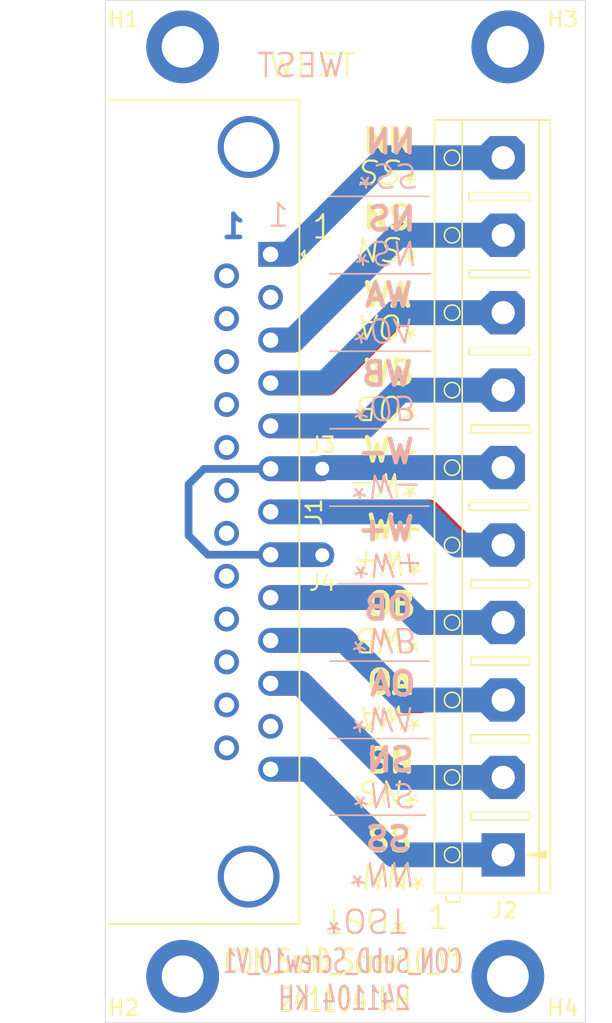
<source format=kicad_pcb>
(kicad_pcb (version 20240108) (generator "pcbnew") (generator_version "8.0")
  (layers (0 "F.Cu" signal) (31 "B.Cu" signal) (34 "B.Paste" user) (35 "F.Paste" user) (36 "B.SilkS" user "B.Silkscreen") (37 "F.SilkS" user "F.Silkscreen") (38 "B.Mask" user) (39 "F.Mask" user) (44 "Edge.Cuts" user))
  (net 0 "")
  (net 2 "/WB")
  (net 5 "/NN")
  (net 7 "/OB")
  (net 10 "/WA")
  (net 14 "/SN")
  (net 17 "/W-")
  (net 18 "/W+")
  (net 19 "/SS")
  (net 20 "/OA")
  (net 24 "/NS")
  (footprint "MountingHole:MountingHole_2.7mm_M2.5_DIN965_Pad_TopBottom" (layer "F.Cu") (at 51.1 88.4)
    (property "Reference" "H4" (at 3.556 2.032 0) (layer "F.SilkS"))
    (property "Value" "MountingHole" (hide yes))
    (pad "1" thru_hole circle (at 0 0) (size 3.1 3.1) (drill 2.7) (layers "*.Cu" "*.Mask"))
    (pad "1" connect circle (at 0 0) (size 4.7 4.7) (layers "F.Cu" "F.Mask"))
    (pad "1" connect circle (at 0 0) (size 4.7 4.7) (layers "B.Cu" "B.Mask"))
  )
  (footprint "_kh_library:Pin_D0.9mm_W1.4mm" (layer "F.Cu") (at 39.116 61.214)
    (property "Reference" "J4" (at 0 1.778 0) (layer "F.SilkS"))
    (property "Value" "Conn_01x01_kh")
    (pad "1" thru_hole roundrect (at 0 0) (size 1.4 1.4) (drill 0.9) (layers "*.Cu" "*.Mask") (roundrect_rratio 0) (chamfer_ratio 0.2) (chamfer top_left top_right bottom_left bottom_right) (net 17 "/W-"))
  )
  (footprint "_kh_library:DSUB-25_Male_Horizontal_P2.77x2.84mm_EdgePinOffset7.70mm_Housed_MountingHolesOffset9.12mm" (layer "F.Cu") (at 35.778 41.795 -90)
    (property "Reference" "J1" (at 16.62 -2.8 90) (layer "F.SilkS"))
    (property "Value" "DB25_Plug")
    (fp_line (start -9.99 10.48) (end -9.99 -1.86) (stroke (width 0.12)) (layer "F.SilkS"))
    (fp_line (start -9.99 -1.86) (end 43.23 -1.86) (stroke (width 0.12)) (layer "F.SilkS"))
    (fp_line (start 43.23 -1.86) (end 43.23 10.48) (stroke (width 0.12)) (layer "F.SilkS"))
    (fp_line (start 0 -2) (end -0.25 -2.2) (stroke (width 0.12)) (layer "F.SilkS"))
    (fp_line (start -0.25 -2.2) (end 0.25 -2.2) (stroke (width 0.12)) (layer "F.SilkS"))
    (fp_line (start 0.254 -2.2) (end 0 -2) (stroke (width 0.12)) (layer "F.SilkS"))
    (pad "0" thru_hole circle (at -6.93 1.42 270) (size 4 4) (drill 3.2) (layers "*.Cu" "*.Mask"))
    (pad "0" thru_hole circle (at 40.17 1.42 270) (size 4 4) (drill 3.2) (layers "*.Cu" "*.Mask"))
    (pad "1" thru_hole rect (at 0 0 270) (size 1.6 1.6) (drill 1) (layers "*.Cu" "*.Mask") (net 5 "/NN"))
    (pad "2" thru_hole circle (at 2.77 0 270) (size 1.6 1.6) (drill 1) (layers "*.Cu" "*.Mask"))
    (pad "3" thru_hole circle (at 5.54 0 270) (size 1.6 1.6) (drill 1) (layers "*.Cu" "*.Mask") (net 24 "/NS"))
    (pad "4" thru_hole circle (at 8.31 0 270) (size 1.6 1.6) (drill 1) (layers "*.Cu" "*.Mask") (net 10 "/WA"))
    (pad "5" thru_hole circle (at 11.08 0 270) (size 1.6 1.6) (drill 1) (layers "*.Cu" "*.Mask") (net 2 "/WB"))
    (pad "6" thru_hole circle (at 13.85 0 270) (size 1.6 1.6) (drill 1) (layers "*.Cu" "*.Mask") (net 17 "/W-"))
    (pad "7" thru_hole circle (at 16.62 0 270) (size 1.6 1.6) (drill 1) (layers "*.Cu" "*.Mask") (net 18 "/W+"))
    (pad "8" thru_hole circle (at 19.39 0 270) (size 1.6 1.6) (drill 1) (layers "*.Cu" "*.Mask") (net 17 "/W-"))
    (pad "9" thru_hole circle (at 22.16 0 270) (size 1.6 1.6) (drill 1) (layers "*.Cu" "*.Mask") (net 7 "/OB"))
    (pad "10" thru_hole circle (at 24.93 0 270) (size 1.6 1.6) (drill 1) (layers "*.Cu" "*.Mask") (net 20 "/OA"))
    (pad "11" thru_hole circle (at 27.7 0 270) (size 1.6 1.6) (drill 1) (layers "*.Cu" "*.Mask") (net 14 "/SN"))
    (pad "12" thru_hole circle (at 30.47 0 270) (size 1.6 1.6) (drill 1) (layers "*.Cu" "*.Mask"))
    (pad "13" thru_hole circle (at 33.24 0 270) (size 1.6 1.6) (drill 1) (layers "*.Cu" "*.Mask") (net 19 "/SS"))
    (pad "14" thru_hole circle (at 1.385 2.84 270) (size 1.6 1.6) (drill 1) (layers "*.Cu" "*.Mask"))
    (pad "15" thru_hole circle (at 4.155 2.84 270) (size 1.6 1.6) (drill 1) (layers "*.Cu" "*.Mask"))
    (pad "16" thru_hole circle (at 6.925 2.84 270) (size 1.6 1.6) (drill 1) (layers "*.Cu" "*.Mask"))
    (pad "17" thru_hole circle (at 9.695 2.84 270) (size 1.6 1.6) (drill 1) (layers "*.Cu" "*.Mask"))
    (pad "18" thru_hole circle (at 12.465 2.84 270) (size 1.6 1.6) (drill 1) (layers "*.Cu" "*.Mask"))
    (pad "19" thru_hole circle (at 15.235 2.84 270) (size 1.6 1.6) (drill 1) (layers "*.Cu" "*.Mask"))
    (pad "20" thru_hole circle (at 18.005 2.84 270) (size 1.6 1.6) (drill 1) (layers "*.Cu" "*.Mask"))
    (pad "21" thru_hole circle (at 20.775 2.84 270) (size 1.6 1.6) (drill 1) (layers "*.Cu" "*.Mask"))
    (pad "22" thru_hole circle (at 23.545 2.84 270) (size 1.6 1.6) (drill 1) (layers "*.Cu" "*.Mask"))
    (pad "23" thru_hole circle (at 26.315 2.84 270) (size 1.6 1.6) (drill 1) (layers "*.Cu" "*.Mask"))
    (pad "24" thru_hole circle (at 29.085 2.84 270) (size 1.6 1.6) (drill 1) (layers "*.Cu" "*.Mask"))
    (pad "25" thru_hole circle (at 31.855 2.84 270) (size 1.6 1.6) (drill 1) (layers "*.Cu" "*.Mask"))
  )
  (footprint "MountingHole:MountingHole_2.7mm_M2.5_DIN965_Pad_TopBottom" (layer "F.Cu") (at 51.1 28.4)
    (property "Reference" "H3" (at 3.556 -1.778 0) (layer "F.SilkS"))
    (property "Value" "MountingHole" (hide yes))
    (pad "1" thru_hole circle (at 0 0) (size 3.1 3.1) (drill 2.7) (layers "*.Cu" "*.Mask"))
    (pad "1" connect circle (at 0 0) (size 4.7 4.7) (layers "F.Cu" "F.Mask"))
    (pad "1" connect circle (at 0 0) (size 4.7 4.7) (layers "B.Cu" "B.Mask"))
  )
  (footprint "_kh_library:Screw_Terminal_01x10_P5" (layer "F.Cu") (at 50.8 80.56 180)
    (property "Reference" "J2" (at -0.0762 -3.5902 180) (layer "F.SilkS"))
    (property "Value" "Screw_Terminal_01x10_P5")
    (fp_line (start 3.69 -3.04) (end 3.69 -2.68) (stroke (width 0.1)) (layer "F.SilkS"))
    (fp_line (start 2.81 -3.04) (end 3.69 -3.04) (stroke (width 0.1)) (layer "F.SilkS"))
    (fp_line (start 2.81 -3.04) (end 2.81 -2.68) (stroke (width 0.1)) (layer "F.SilkS"))
    (fp_line (start 2.65 -2.44) (end 2.65 47.44) (stroke (width 0.1)) (layer "F.SilkS"))
    (fp_line (start -2.3 -2.44) (end -2.3 47.44) (stroke (width 0.1)) (layer "F.SilkS"))
    (fp_rect (start -1.7 42.25) (end 2.2 42.75) (stroke (width 0.1)) (fill none) (layer "F.SilkS"))
    (fp_rect (start -1.7 37.25) (end 2.2 37.75) (stroke (width 0.1)) (fill none) (layer "F.SilkS"))
    (fp_rect (start -1.7 32.25) (end 2.2 32.75) (stroke (width 0.1)) (fill none) (layer "F.SilkS"))
    (fp_rect (start -1.7 27.25) (end 2.1 27.75) (stroke (width 0.1)) (fill none) (layer "F.SilkS"))
    (fp_rect (start -1.7 22.25) (end 2.2 22.75) (stroke (width 0.1)) (fill none) (layer "F.SilkS"))
    (fp_rect (start -1.7 17.25) (end 2.1 17.75) (stroke (width 0.1)) (fill none) (layer "F.SilkS"))
    (fp_rect (start -1.7 12.25) (end 2.1 12.75) (stroke (width 0.1)) (fill none) (layer "F.SilkS"))
    (fp_rect (start -1.7 7.25) (end 2.1 7.75) (stroke (width 0.1)) (fill none) (layer "F.SilkS"))
    (fp_rect (start -1.7 2.25) (end 2.1 2.75) (stroke (width 0.1)) (fill none) (layer "F.SilkS"))
    (fp_rect (start -3.04 -2.44) (end 4.44 47.44) (stroke (width 0.12)) (fill none) (layer "F.SilkS"))
    (fp_circle (center 3.3 45) (end 3.8 45) (stroke (width 0.1)) (fill none) (layer "F.SilkS"))
    (fp_circle (center 3.3 40) (end 3.8 40) (stroke (width 0.1)) (fill none) (layer "F.SilkS"))
    (fp_circle (center 3.3 35) (end 3.8 35) (stroke (width 0.1)) (fill none) (layer "F.SilkS"))
    (fp_circle (center 3.3 30) (end 3.8 30) (stroke (width 0.1)) (fill none) (layer "F.SilkS"))
    (fp_circle (center 3.3 25) (end 3.8 25) (stroke (width 0.1)) (fill none) (layer "F.SilkS"))
    (fp_circle (center 3.3 20) (end 3.8 20) (stroke (width 0.1)) (fill none) (layer "F.SilkS"))
    (fp_circle (center 3.3 15) (end 3.8 15) (stroke (width 0.1)) (fill none) (layer "F.SilkS"))
    (fp_circle (center 3.3 10) (end 3.8 10) (stroke (width 0.1)) (fill none) (layer "F.SilkS"))
    (fp_circle (center 3.3 5) (end 3.8 5) (stroke (width 0.1)) (fill none) (layer "F.SilkS"))
    (fp_circle (center 3.3 0) (end 3.8 0) (stroke (width 0.1)) (fill none) (layer "F.SilkS"))
    (fp_poly (pts (xy -2.794 -0.254) (xy -1.524 0) (xy -2.794 0.254)) (stroke (width 0.1)) (fill solid) (layer "F.SilkS"))
    (pad "1" thru_hole rect (at 0 0 180) (size 2.8 2.8) (drill 1.5) (layers "*.Cu" "*.Mask") (net 19 "/SS"))
    (pad "2" thru_hole roundrect (at 0 5 180) (size 2.8 2.8) (drill 1.5) (layers "*.Cu" "*.Mask") (roundrect_rratio 0) (chamfer_ratio 0.2) (chamfer top_left top_right bottom_left bottom_right) (net 14 "/SN"))
    (pad "3" thru_hole roundrect (at 0 10 180) (size 2.8 2.8) (drill 1.5) (layers "*.Cu" "*.Mask") (roundrect_rratio 0) (chamfer_ratio 0.2) (chamfer top_left top_right bottom_left bottom_right) (net 20 "/OA"))
    (pad "4" thru_hole roundrect (at 0 15 180) (size 2.8 2.8) (drill 1.5) (layers "*.Cu" "*.Mask") (roundrect_rratio 0) (chamfer_ratio 0.2) (chamfer top_left top_right bottom_left bottom_right) (net 7 "/OB"))
    (pad "5" thru_hole roundrect (at 0 20 180) (size 2.8 2.8) (drill 1.5) (layers "*.Cu" "*.Mask") (roundrect_rratio 0) (chamfer_ratio 0.2) (chamfer top_left top_right bottom_left bottom_right) (net 18 "/W+"))
    (pad "6" thru_hole roundrect (at 0 25 180) (size 2.8 2.8) (drill 1.5) (layers "*.Cu" "*.Mask") (roundrect_rratio 0) (chamfer_ratio 0.2) (chamfer top_left top_right bottom_left bottom_right) (net 17 "/W-"))
    (pad "7" thru_hole roundrect (at 0 30 180) (size 2.8 2.8) (drill 1.5) (layers "*.Cu" "*.Mask") (roundrect_rratio 0) (chamfer_ratio 0.2) (chamfer top_left top_right bottom_left bottom_right) (net 2 "/WB"))
    (pad "8" thru_hole roundrect (at 0 35 180) (size 2.8 2.8) (drill 1.5) (layers "*.Cu" "*.Mask") (roundrect_rratio 0) (chamfer_ratio 0.2) (chamfer top_left top_right bottom_left bottom_right) (net 10 "/WA"))
    (pad "9" thru_hole roundrect (at 0 40 180) (size 2.8 2.8) (drill 1.5) (layers "*.Cu" "*.Mask") (roundrect_rratio 0) (chamfer_ratio 0.2) (chamfer top_left top_right bottom_left bottom_right) (net 24 "/NS"))
    (pad "10" thru_hole roundrect (at 0 45 180) (size 2.8 2.8) (drill 1.5) (layers "*.Cu" "*.Mask") (roundrect_rratio 0) (chamfer_ratio 0.2) (chamfer top_left top_right bottom_left bottom_right) (net 5 "/NN"))
  )
  (footprint "MountingHole:MountingHole_2.7mm_M2.5_DIN965_Pad_TopBottom" (layer "F.Cu") (at 30.1 28.4)
    (property "Reference" "H1" (at -3.81 -1.778 0) (layer "F.SilkS"))
    (property "Value" "MountingHole" (hide yes))
    (pad "1" thru_hole circle (at 0 0) (size 3.1 3.1) (drill 2.7) (layers "*.Cu" "*.Mask"))
    (pad "1" connect circle (at 0 0) (size 4.7 4.7) (layers "F.Cu" "F.Mask"))
    (pad "1" connect circle (at 0 0) (size 4.7 4.7) (layers "B.Cu" "B.Mask"))
  )
  (footprint "_kh_library:Pin_D0.9mm_W1.4mm" (layer "F.Cu") (at 39.116 55.626)
    (property "Reference" "J3" (at 0 -1.524 0) (layer "F.SilkS"))
    (property "Value" "Conn_01x01_kh")
    (pad "1" thru_hole roundrect (at 0 0) (size 1.4 1.4) (drill 0.9) (layers "*.Cu" "*.Mask") (roundrect_rratio 0) (chamfer_ratio 0.2) (chamfer top_left top_right bottom_left bottom_right) (net 17 "/W-"))
  )
  (footprint "MountingHole:MountingHole_2.7mm_M2.5_DIN965_Pad_TopBottom" (layer "F.Cu") (at 30.1 88.4)
    (property "Reference" "H2" (at -3.81 2.032 0) (layer "F.SilkS"))
    (property "Value" "MountingHole" (hide yes))
    (pad "1" thru_hole circle (at 0 0) (size 3.1 3.1) (drill 2.7) (layers "*.Cu" "*.Mask"))
    (pad "1" connect circle (at 0 0) (size 4.7 4.7) (layers "F.Cu" "F.Mask"))
    (pad "1" connect circle (at 0 0) (size 4.7 4.7) (layers "B.Cu" "B.Mask"))
  )
  (gr_line (start 46 53.05) (end 39.6 53.05) (stroke (width 0.1)) (layer "B.SilkS"))
  (gr_line (start 46.1 48.05) (end 39.6 48.05) (stroke (width 0.1)) (layer "B.SilkS"))
  (gr_line (start 46 58.05) (end 39.6 58.05) (stroke (width 0.1)) (layer "B.SilkS"))
  (gr_line (start 45.9 63.05) (end 40.1 63.05) (stroke (width 0.1)) (layer "B.SilkS"))
  (gr_line (start 46 68.05) (end 39.6 68.05) (stroke (width 0.1)) (layer "B.SilkS"))
  (gr_line (start 46 38.05) (end 39.6 38.05) (stroke (width 0.1)) (layer "B.SilkS"))
  (gr_line (start 45.8 78) (end 39.6 78) (stroke (width 0.1)) (layer "B.SilkS"))
  (gr_line (start 46 73.05) (end 39.6 73.05) (stroke (width 0.1)) (layer "B.SilkS"))
  (gr_line (start 46.1 43.05) (end 39.6 43.05) (stroke (width 0.1)) (layer "B.SilkS"))
  (gr_line (start 46.1 43.05) (end 39.6 43.05) (stroke (width 0.1)) (layer "F.SilkS"))
  (gr_line (start 46.1 48.05) (end 39.6 48.05) (stroke (width 0.1)) (layer "F.SilkS"))
  (gr_line (start 46 53.05) (end 39.6 53.05) (stroke (width 0.1)) (layer "F.SilkS"))
  (gr_line (start 46 68.05) (end 39.6 68.05) (stroke (width 0.1)) (layer "F.SilkS"))
  (gr_line (start 45.9 63.05) (end 40.1 63.05) (stroke (width 0.1)) (layer "F.SilkS"))
  (gr_line (start 46 73.05) (end 39.6 73.05) (stroke (width 0.1)) (layer "F.SilkS"))
  (gr_line (start 46 38.05) (end 39.6 38.05) (stroke (width 0.1)) (layer "F.SilkS"))
  (gr_line (start 45.8 78) (end 39.6 78) (stroke (width 0.1)) (layer "F.SilkS"))
  (gr_line (start 46 58.05) (end 39.6 58.05) (stroke (width 0.1)) (layer "F.SilkS"))
  (gr_rect (start 25.1 25.4) (end 56.1 91.4) (stroke (width 0.05)) (fill none) (layer "Edge.Cuts"))
  (gr_text "CON_SubD_Screw10_V1" (at 32.7 88.3 0) (layer "F.Cu") (effects (font (size 1.5 0.9) (thickness 0.15) (bold yes)) (justify left bottom)))
  (gr_text "241104 KH" (at 36.2 90.8 0) (layer "F.Cu") (effects (font (size 1.5 1) (thickness 0.15) (bold yes)) (justify left bottom)))
  (gr_text "1" (at 34.29 39.116 0) (layer "B.Cu") (effects (font (size 1.5 1.5) (thickness 0.3) (bold yes)) (justify left top mirror)))
  (gr_text "241104 KH" (at 44.9 90.7 0) (layer "B.Cu") (effects (font (size 1.5 1) (thickness 0.15) (bold yes)) (justify left bottom mirror)))
  (gr_text "CON_SubD_Screw10_V1" (at 48.3 88.3 0) (layer "B.Cu") (effects (font (size 1.5 0.9) (thickness 0.15) (bold yes)) (justify left bottom mirror)))
  (gr_text "*OST" (at 39.2 83.9 180) (layer "B.SilkS") (effects (font (size 1.5 1.5)) (justify left bottom mirror)))
  (gr_text "CON_SubD_Screw10_V1" (at 48.3 88.3 0) (layer "B.SilkS") (effects (font (size 1.5 0.9) (thickness 0.15) (bold yes)) (justify left bottom mirror)))
  (gr_text "*SN" (at 40.9 40.8 180) (layer "B.SilkS") (effects (font (size 1.5 1.5) (thickness 0.15) (italic yes)) (justify left bottom mirror)))
  (gr_text "*OB" (at 40.8 50.8 180) (layer "B.SilkS") (effects (font (size 1.5 1.5) (thickness 0.15) (italic yes)) (justify left bottom mirror)))
  (gr_text "WB" (at 45.1 50.4 0) (layer "B.SilkS") (effects (font (size 1.5 1.5) (thickness 0.3) (bold yes)) (justify left bottom mirror)))
  (gr_text "W-" (at 45.2 55.4 0) (layer "B.SilkS") (effects (font (size 1.5 1.5) (thickness 0.3) (bold yes)) (justify left bottom mirror)))
  (gr_text "SN" (at 45.2 75.3 0) (layer "B.SilkS") (effects (font (size 1.5 1.5) (thickness 0.3) (bold yes)) (justify left bottom mirror)))
  (gr_text "*W-" (at 40.7 55.9 180) (layer "B.SilkS") (effects (font (size 1.5 1.5) (thickness 0.15) (italic yes)) (justify left bottom mirror)))
  (gr_text "*OA" (at 40.8 45.8 180) (layer "B.SilkS") (effects (font (size 1.5 1.5) (thickness 0.15) (italic yes)) (justify left bottom mirror)))
  (gr_text "WEST" (at 40.64 30.48 0) (layer "B.SilkS") (effects (font (size 1.5 1.5)) (justify left bottom mirror)))
  (gr_text "*NS" (at 40.8 75.8 180) (layer "B.SilkS") (effects (font (size 1.5 1.5) (thickness 0.15) (italic yes)) (justify left bottom mirror)))
  (gr_text "WA" (at 45.1 45.3 0) (layer "B.SilkS") (effects (font (size 1.5 1.5) (thickness 0.3) (bold yes)) (justify left bottom mirror)))
  (gr_text "*NN" (at 40.6 80.9 180) (layer "B.SilkS") (effects (font (size 1.5 1.5) (thickness 0.15) (italic yes)) (justify left bottom mirror)))
  (gr_text "*W+" (at 40.8 60.96 180) (layer "B.SilkS") (effects (font (size 1.5 1.5) (thickness 0.15) (italic yes)) (justify left bottom mirror)))
  (gr_text "241104 KH" (at 44.9 90.7 0) (layer "B.SilkS") (effects (font (size 1.5 1) (thickness 0.15) (bold yes)) (justify left bottom mirror)))
  (gr_text "*WB" (at 40.7 65.8 180) (layer "B.SilkS") (effects (font (size 1.5 1.5) (thickness 0.15) (italic yes)) (justify left bottom mirror)))
  (gr_text "*SS" (at 41.1 35.8 180) (layer "B.SilkS") (effects (font (size 1.5 1.5) (thickness 0.15) (italic yes)) (justify left bottom mirror)))
  (gr_text "SS" (at 45 80.4 0) (layer "B.SilkS") (effects (font (size 1.5 1.5) (thickness 0.3) (bold yes)) (justify left bottom mirror)))
  (gr_text "NS" (at 45.3 40.386 0) (layer "B.SilkS") (effects (font (size 1.5 1.5) (thickness 0.3) (bold yes)) (justify left bottom mirror)))
  (gr_text "W+" (at 45.2 60.4 0) (layer "B.SilkS") (effects (font (size 1.5 1.5) (thickness 0.3) (bold yes)) (justify left bottom mirror)))
  (gr_text "OB" (at 45.1 65.5 0) (layer "B.SilkS") (effects (font (size 1.5 1.5) (thickness 0.3) (bold yes)) (justify left bottom mirror)))
  (gr_text "OA" (at 45.3 70.4 0) (layer "B.SilkS") (effects (font (size 1.5 1.5) (thickness 0.3) (bold yes)) (justify left bottom mirror)))
  (gr_text "1" (at 37.084 40.132 0) (layer "B.SilkS") (effects (font (size 1.5 1.5)) (justify left bottom mirror)))
  (gr_text "NN" (at 45.3 35.4 0) (layer "B.SilkS") (effects (font (size 1.5 1.5) (thickness 0.3) (bold yes)) (justify left bottom mirror)))
  (gr_text "*WA" (at 40.7 70.9 180) (layer "B.SilkS") (effects (font (size 1.5 1.5) (thickness 0.15) (italic yes)) (justify left bottom mirror)))
  (gr_text "*W-" (at 45.6 55.8 180) (layer "F.SilkS") (effects (font (size 1.5 1.5) (thickness 0.15) (italic yes)) (justify left bottom)))
  (gr_text "WB" (at 41.6 50.3 0) (layer "F.SilkS") (effects (font (size 1.5 1.5) (thickness 0.3) (bold yes)) (justify left bottom)))
  (gr_text "NS" (at 41.6 40.3 0) (layer "F.SilkS") (effects (font (size 1.5 1.5) (thickness 0.3) (bold yes)) (justify left bottom)))
  (gr_text "*SN" (at 45.6 40.55 180) (layer "F.SilkS") (effects (font (size 1.5 1.5) (thickness 0.15) (italic yes)) (justify left bottom)))
  (gr_text "W-" (at 41.6 55.3 0) (layer "F.SilkS") (effects (font (size 1.5 1.5) (thickness 0.3) (bold yes)) (justify left bottom)))
  (gr_text "*NN" (at 46.1 81.05 180) (layer "F.SilkS") (effects (font (size 1.5 1.5) (thickness 0.15) (italic yes)) (justify left bottom)))
  (gr_text "*WA" (at 45.85 70.8 180) (layer "F.SilkS") (effects (font (size 1.5 1.5) (thickness 0.15) (italic yes)) (justify left bottom)))
  (gr_text "*OA" (at 45.6 45.55 180) (layer "F.SilkS") (effects (font (size 1.5 1.5) (thickness 0.15) (italic yes)) (justify left bottom)))
  (gr_text "*W+" (at 45.85 60.8 180) (layer "F.SilkS") (effects (font (size 1.5 1.5) (thickness 0.15) (italic yes)) (justify left bottom)))
  (gr_text "WEST" (at 35.56 30.48 0) (layer "F.SilkS") (effects (font (size 1.5 1.5)) (justify left bottom)))
  (gr_text "W+" (at 41.85 60.3 0) (layer "F.SilkS") (effects (font (size 1.5 1.5) (thickness 0.3) (bold yes)) (justify left bottom)))
  (gr_text "1" (at 45.8 85.45 0) (layer "F.SilkS") (effects (font (size 1.5 1.5)) (justify left bottom)))
  (gr_text "CON_SubD_Screw10_V1" (at 32.7 88.3 0) (layer "F.SilkS") (effects (font (size 1.5 0.9) (thickness 0.15) (bold yes)) (justify left bottom)))
  (gr_text "*SS" (at 45.6 35.55 180) (layer "F.SilkS") (effects (font (size 1.5 1.5) (thickness 0.15) (italic yes)) (justify left bottom)))
  (gr_text "OB" (at 41.85 65.3 0) (layer "F.SilkS") (effects (font (size 1.5 1.5) (thickness 0.3) (bold yes)) (justify left bottom)))
  (gr_text "*OB" (at 45.6 50.8 180) (layer "F.SilkS") (effects (font (size 1.5 1.5) (thickness 0.15) (italic yes)) (justify left bottom)))
  (gr_text "NN" (at 41.6 35.3 0) (layer "F.SilkS") (effects (font (size 1.5 1.5) (thickness 0.3) (bold yes)) (justify left bottom)))
  (gr_text "WA" (at 41.6 45.3 0) (layer "F.SilkS") (effects (font (size 1.5 1.5) (thickness 0.3) (bold yes)) (justify left bottom)))
  (gr_text "*WB" (at 45.702 65.8 180) (layer "F.SilkS") (effects (font (size 1.5 1.5) (thickness 0.15) (italic yes)) (justify left bottom)))
  (gr_text "OA" (at 41.85 70.3 0) (layer "F.SilkS") (effects (font (size 1.5 1.5) (thickness 0.3) (bold yes)) (justify left bottom)))
  (gr_text "*OST" (at 44.7 83.9 180) (layer "F.SilkS") (effects (font (size 1.5 1.5)) (justify left bottom)))
  (gr_text "SS" (at 41.85 80.45 0) (layer "F.SilkS") (effects (font (size 1.5 1.5) (thickness 0.3) (bold yes)) (justify left bottom)))
  (gr_text "1" (at 38.354 40.894 0) (layer "F.SilkS") (effects (font (size 1.5 1.5)) (justify left bottom)))
  (gr_text "241104 KH" (at 36.2 90.8 0) (layer "F.SilkS") (effects (font (size 1.5 1) (thickness 0.15) (bold yes)) (justify left bottom)))
  (gr_text "*NS" (at 45.702 75.624 180) (layer "F.SilkS") (effects (font (size 1.5 1.5) (thickness 0.15) (italic yes)) (justify left bottom)))
  (gr_text "SN" (at 41.85 75.37 0) (layer "F.SilkS") (effects (font (size 1.5 1.5) (thickness 0.3) (bold yes)) (justify left bottom)))
  (segment (start 44.182 50.56) (end 50.8 50.56) (width 1.6) (layer "F.Cu") (net 2))
  (segment (start 35.778331 52.875) (end 41.867 52.875) (width 1.6) (layer "F.Cu") (net 2))
  (segment (start 41.867 52.875) (end 44.182 50.56) (width 1.6) (layer "F.Cu") (net 2))
  (segment (start 35.86 52.8575) (end 41.8845 52.8575) (width 1.6) (layer "B.Cu") (net 2))
  (segment (start 44.182 50.56) (end 50.8 50.56) (width 1.6) (layer "B.Cu") (net 2))
  (segment (start 41.8845 52.8575) (end 44.182 50.56) (width 1.6) (layer "B.Cu") (net 2))
  (segment (start 36.945 41.795) (end 43.18 35.56) (width 1.6) (layer "F.Cu") (net 5))
  (segment (start 35.778331 41.795) (end 36.945 41.795) (width 1.6) (layer "F.Cu") (net 5))
  (segment (start 43.18 35.56) (end 50.8 35.56) (width 1.6) (layer "F.Cu") (net 5))
  (segment (start 35.86 41.7775) (end 36.9625 41.7775) (width 1.6) (layer "B.Cu") (net 5))
  (segment (start 36.9625 41.7775) (end 43.18 35.56) (width 1.6) (layer "B.Cu") (net 5))
  (segment (start 43.18 35.56) (end 50.8 35.56) (width 1.6) (layer "B.Cu") (net 5))
  (segment (start 43.889 63.955) (end 45.494 65.56) (width 1.6) (layer "F.Cu") (net 7))
  (segment (start 35.778331 63.955) (end 43.889 63.955) (width 1.6) (layer "F.Cu") (net 7))
  (segment (start 45.494 65.56) (end 50.8 65.56) (width 1.6) (layer "F.Cu") (net 7))
  (segment (start 43.8715 63.9375) (end 45.494 65.56) (width 1.6) (layer "B.Cu") (net 7))
  (segment (start 35.86 63.9375) (end 43.8715 63.9375) (width 1.6) (layer "B.Cu") (net 7))
  (segment (start 45.494 65.56) (end 50.8 65.56) (width 1.6) (layer "B.Cu") (net 7))
  (segment (start 35.778331 50.105) (end 39.43 50.105) (width 1.6) (layer "F.Cu") (net 10))
  (segment (start 43.975 45.56) (end 50.8 45.56) (width 1.6) (layer "F.Cu") (net 10))
  (segment (start 39.43 50.105) (end 43.975 45.56) (width 1.6) (layer "F.Cu") (net 10))
  (segment (start 39.3205 50.0875) (end 43.848 45.56) (width 1.6) (layer "B.Cu") (net 10))
  (segment (start 43.848 45.56) (end 50.8 45.56) (width 1.6) (layer "B.Cu") (net 10))
  (segment (start 35.86 50.0875) (end 39.3205 50.0875) (width 1.6) (layer "B.Cu") (net 10))
  (segment (start 43.81 75.56) (end 50.8 75.56) (width 1.6) (layer "F.Cu") (net 14))
  (segment (start 35.778331 69.495) (end 37.745 69.495) (width 1.6) (layer "F.Cu") (net 14))
  (segment (start 37.745 69.495) (end 43.81 75.56) (width 1.6) (layer "F.Cu") (net 14))
  (segment (start 37.7275 69.4775) (end 43.81 75.56) (width 1.6) (layer "B.Cu") (net 14))
  (segment (start 35.86 69.4775) (end 37.7275 69.4775) (width 1.6) (layer "B.Cu") (net 14))
  (segment (start 43.81 75.56) (end 50.8 75.56) (width 1.6) (layer "B.Cu") (net 14))
  (segment (start 35.778331 61.185) (end 39.087 61.185) (width 1.6) (layer "F.Cu") (net 17))
  (segment (start 39.182 55.56) (end 50.8 55.56) (width 1.6) (layer "F.Cu") (net 17))
  (segment (start 35.778331 55.645) (end 39.097 55.645) (width 1.6) (layer "F.Cu") (net 17))
  (segment (start 35.778331 61.185) (end 39.087 61.185) (width 1.6) (layer "B.Cu") (net 17))
  (segment (start 50.8 55.56) (end 39.182 55.56) (width 1.6) (layer "B.Cu") (net 17))
  (segment (start 30.48 56.642) (end 30.48 59.944) (width 0.5) (layer "B.Cu") (net 17))
  (segment (start 30.48 59.944) (end 31.721 61.185) (width 0.5) (layer "B.Cu") (net 17))
  (segment (start 31.721 61.185) (end 35.778331 61.185) (width 0.5) (layer "B.Cu") (net 17))
  (segment (start 39.116 55.626) (end 35.797 55.626) (width 1.6) (layer "B.Cu") (net 17))
  (segment (start 39.182 55.56) (end 39.116 55.626) (width 1.6) (layer "B.Cu") (net 17))
  (segment (start 35.778331 55.645) (end 31.477 55.645) (width 0.5) (layer "B.Cu") (net 17))
  (segment (start 31.477 55.645) (end 30.48 56.642) (width 0.5) (layer "B.Cu") (net 17))
  (segment (start 35.797 55.626) (end 35.778 55.645) (width 1.6) (layer "B.Cu") (net 17))
  (segment (start 48.114 60.56) (end 50.8 60.56) (width 1.6) (layer "F.Cu") (net 18))
  (segment (start 45.969 58.415) (end 35.778331 58.415) (width 1.6) (layer "F.Cu") (net 18))
  (segment (start 45.969 58.415) (end 48.114 60.56) (width 1.6) (layer "F.Cu") (net 18))
  (segment (start 47.86 60.56) (end 50.8 60.56) (width 1.6) (layer "B.Cu") (net 18))
  (segment (start 36.1365 58.42) (end 45.72 58.42) (width 1.6) (layer "B.Cu") (net 18))
  (segment (start 45.72 58.42) (end 47.86 60.56) (width 1.6) (layer "B.Cu") (net 18))
  (segment (start 35.778331 75.035) (end 38.205 75.035) (width 1.6) (layer "F.Cu") (net 19))
  (segment (start 38.205 75.035) (end 43.73 80.56) (width 1.6) (layer "F.Cu") (net 19))
  (segment (start 43.73 80.56) (end 50.8 80.56) (width 1.6) (layer "F.Cu") (net 19))
  (segment (start 43.73 80.56) (end 50.8 80.56) (width 1.6) (layer "B.Cu") (net 19))
  (segment (start 38.1875 75.0175) (end 43.73 80.56) (width 1.6) (layer "B.Cu") (net 19))
  (segment (start 35.86 75.0175) (end 38.1875 75.0175) (width 1.6) (layer "B.Cu") (net 19))
  (segment (start 45.466 70.612) (end 45.518 70.56) (width 1.6) (layer "F.Cu") (net 20))
  (segment (start 44.45 70.612) (end 45.466 70.612) (width 1.6) (layer "F.Cu") (net 20))
  (segment (start 40.563 66.725) (end 44.45 70.612) (width 1.6) (layer "F.Cu") (net 20))
  (segment (start 35.778331 66.725) (end 40.563 66.725) (width 1.6) (layer "F.Cu") (net 20))
  (segment (start 45.518 70.56) (end 50.8 70.56) (width 1.6) (layer "F.Cu") (net 20))
  (segment (start 40.5455 66.7075) (end 44.398 70.56) (width 1.6) (layer "B.Cu") (net 20))
  (segment (start 44.398 70.56) (end 50.8 70.56) (width 1.6) (layer "B.Cu") (net 20))
  (segment (start 35.86 66.7075) (end 40.5455 66.7075) (width 1.6) (layer "B.Cu") (net 20))
  (segment (start 44.022 40.56) (end 50.8 40.56) (width 1.6) (layer "F.Cu") (net 24))
  (segment (start 37.247 47.335) (end 44.022 40.56) (width 1.6) (layer "F.Cu") (net 24))
  (segment (start 35.778331 47.335) (end 37.247 47.335) (width 1.6) (layer "F.Cu") (net 24))
  (segment (start 44.022 40.56) (end 50.8 40.56) (width 1.6) (layer "B.Cu") (net 24))
  (segment (start 37.2645 47.3175) (end 44.022 40.56) (width 1.6) (layer "B.Cu") (net 24))
  (segment (start 35.86 47.3175) (end 37.2645 47.3175) (width 1.6) (layer "B.Cu") (net 24))
)
</source>
